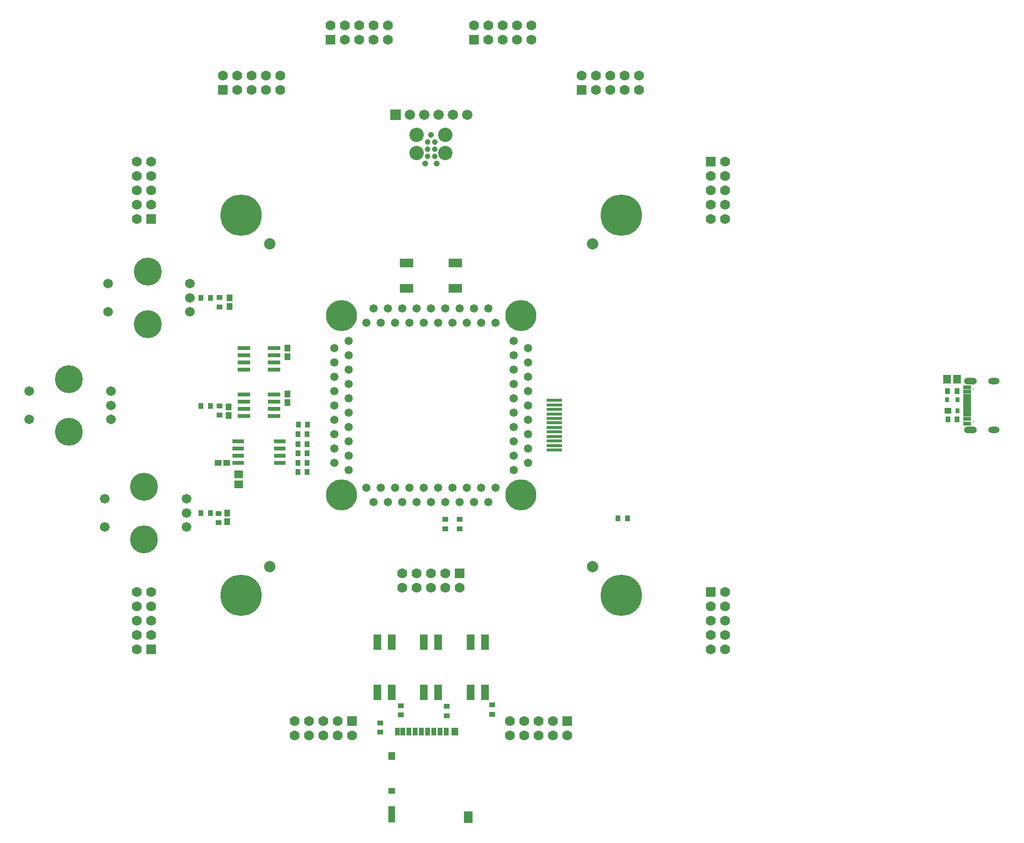
<source format=gts>
G04*
G04 #@! TF.GenerationSoftware,Altium Limited,Altium Designer,23.0.1 (38)*
G04*
G04 Layer_Color=20142*
%FSLAX25Y25*%
%MOIN*%
G70*
G04*
G04 #@! TF.SameCoordinates,A82DE2A9-68C3-4950-AE13-74F95629AD28*
G04*
G04*
G04 #@! TF.FilePolarity,Negative*
G04*
G01*
G75*
%ADD42R,0.05328X0.03064*%
%ADD43R,0.05328X0.01883*%
%ADD44C,0.07874*%
%ADD45R,0.07887X0.03162*%
%ADD46R,0.03556X0.04147*%
%ADD47R,0.10800X0.02178*%
%ADD48R,0.05721X0.06312*%
%ADD49R,0.05131X0.03950*%
%ADD50R,0.03162X0.03556*%
%ADD51C,0.03900*%
%ADD52R,0.04737X0.11824*%
%ADD53R,0.05918X0.08280*%
%ADD54R,0.04737X0.05524*%
%ADD55R,0.04737X0.03950*%
%ADD56R,0.03556X0.05524*%
%ADD57R,0.04147X0.03556*%
%ADD58R,0.08871X0.03162*%
%ADD59R,0.04343X0.04540*%
%ADD60R,0.09300X0.06300*%
%ADD61R,0.05800X0.10800*%
%ADD62R,0.06312X0.05721*%
%ADD63R,0.04540X0.04343*%
%ADD64C,0.21666*%
%ADD65C,0.05800*%
%ADD66O,0.09068X0.04737*%
%ADD67O,0.07887X0.04343*%
%ADD68C,0.00800*%
%ADD69C,0.28800*%
%ADD70C,0.03800*%
%ADD71C,0.07000*%
%ADD72R,0.07000X0.07000*%
%ADD73R,0.07000X0.07000*%
%ADD74C,0.10000*%
%ADD75C,0.04200*%
%ADD76C,0.07200*%
%ADD77R,0.07200X0.07200*%
%ADD78C,0.06706*%
%ADD79C,0.19461*%
D42*
X373543Y-12598D02*
D03*
X373543Y-9449D02*
D03*
Y9449D02*
D03*
X373543Y12598D02*
D03*
D43*
X373543Y-6890D02*
D03*
Y-4921D02*
D03*
X373543Y-2953D02*
D03*
X373543Y-984D02*
D03*
X373543Y984D02*
D03*
X373543Y2953D02*
D03*
X373543Y4921D02*
D03*
X373543Y6890D02*
D03*
D44*
X-112500Y112500D02*
D03*
X112500D02*
D03*
Y-112500D02*
D03*
X-112500D02*
D03*
D45*
X-134567Y-25000D02*
D03*
Y-30000D02*
D03*
Y-35000D02*
D03*
Y-40000D02*
D03*
X-105433Y-25000D02*
D03*
Y-30000D02*
D03*
Y-35000D02*
D03*
Y-40000D02*
D03*
D46*
X136848Y-78600D02*
D03*
X130352D02*
D03*
X360152Y-9700D02*
D03*
X366648D02*
D03*
X359952Y10000D02*
D03*
X366448D02*
D03*
X-153752Y-75000D02*
D03*
X-160248D02*
D03*
X-153752Y75000D02*
D03*
X-160248D02*
D03*
X-92748Y-40000D02*
D03*
X-86252D02*
D03*
X-92748Y-33500D02*
D03*
X-86252D02*
D03*
X-92748Y-27000D02*
D03*
X-86252D02*
D03*
X-92748Y-20000D02*
D03*
X-86252D02*
D03*
X-92500Y-13500D02*
D03*
X-86004D02*
D03*
X-92748Y-46500D02*
D03*
X-86252D02*
D03*
X-153752Y-300D02*
D03*
X-160248D02*
D03*
D47*
X86000Y-21674D02*
D03*
Y-24824D02*
D03*
Y-27973D02*
D03*
Y3523D02*
D03*
Y373D02*
D03*
Y-2776D02*
D03*
Y-5926D02*
D03*
Y-9076D02*
D03*
Y-12225D02*
D03*
Y-15375D02*
D03*
Y-18524D02*
D03*
Y-31123D02*
D03*
D48*
X366445Y18200D02*
D03*
X359555D02*
D03*
D49*
X360300Y-3680D02*
D03*
D50*
X367000D02*
D03*
Y3800D02*
D03*
X359513D02*
D03*
D51*
X-2500Y183500D02*
D03*
X2500D02*
D03*
X-2500Y178500D02*
D03*
X2500Y173500D02*
D03*
X-2500D02*
D03*
X2500Y178500D02*
D03*
D52*
X-27303Y-285177D02*
D03*
D53*
X25846Y-286949D02*
D03*
D54*
X-27303Y-244429D02*
D03*
X16594Y-227500D02*
D03*
D55*
X-27303Y-268839D02*
D03*
D56*
X-19823Y-227500D02*
D03*
X-15492Y-227500D02*
D03*
X-11161D02*
D03*
X-6831D02*
D03*
X-2500Y-227500D02*
D03*
X1831Y-227500D02*
D03*
X6161Y-227500D02*
D03*
X10492D02*
D03*
X-23563D02*
D03*
D57*
X9800Y-79504D02*
D03*
Y-86000D02*
D03*
X-148100Y-75252D02*
D03*
Y-81748D02*
D03*
X42500Y-215248D02*
D03*
Y-208752D02*
D03*
X11000Y-216248D02*
D03*
Y-209752D02*
D03*
X-21000Y-215748D02*
D03*
Y-209252D02*
D03*
X-35500Y-227748D02*
D03*
Y-221252D02*
D03*
X-147500Y75248D02*
D03*
Y68752D02*
D03*
Y-252D02*
D03*
Y-6748D02*
D03*
X19800Y-86048D02*
D03*
Y-79552D02*
D03*
D58*
X-109468Y30000D02*
D03*
Y35000D02*
D03*
X-130531D02*
D03*
X-109468Y40000D02*
D03*
X-130531Y25000D02*
D03*
Y30000D02*
D03*
Y40000D02*
D03*
X-109468Y25000D02*
D03*
Y-2500D02*
D03*
Y2500D02*
D03*
X-130531D02*
D03*
X-109468Y7500D02*
D03*
X-130531Y-7500D02*
D03*
Y-2500D02*
D03*
Y7500D02*
D03*
X-109468Y-7500D02*
D03*
D59*
X-100000Y8051D02*
D03*
Y1949D02*
D03*
X-142000Y-74949D02*
D03*
Y-81051D02*
D03*
X-100000Y40051D02*
D03*
Y33949D02*
D03*
X-140500Y75051D02*
D03*
Y68949D02*
D03*
X-141000Y-949D02*
D03*
Y-7051D02*
D03*
D60*
X17000Y99400D02*
D03*
X-17000D02*
D03*
X17000Y81600D02*
D03*
X-17000D02*
D03*
D61*
X37500Y-200000D02*
D03*
Y-165000D02*
D03*
X27500Y-200000D02*
D03*
Y-165000D02*
D03*
X-5000D02*
D03*
Y-200000D02*
D03*
X5000Y-165000D02*
D03*
Y-200000D02*
D03*
X-27500D02*
D03*
Y-165000D02*
D03*
X-37500Y-200000D02*
D03*
Y-165000D02*
D03*
D62*
X-134000Y-48110D02*
D03*
Y-55000D02*
D03*
D63*
X-142398Y-40000D02*
D03*
X-148500D02*
D03*
D64*
X-62500Y62500D02*
D03*
X62500D02*
D03*
Y-62500D02*
D03*
X-62500D02*
D03*
D65*
X45000Y57500D02*
D03*
X-45000D02*
D03*
X-40000Y67500D02*
D03*
X-35000Y57500D02*
D03*
X-30000Y67500D02*
D03*
X-25000Y57500D02*
D03*
X-20000Y67500D02*
D03*
X-15000Y57500D02*
D03*
X-10000Y67500D02*
D03*
X-5000Y57500D02*
D03*
X0Y67500D02*
D03*
X5000Y57500D02*
D03*
X10000Y67500D02*
D03*
X15000Y57500D02*
D03*
X20000Y67500D02*
D03*
X25000Y57500D02*
D03*
X30000Y67500D02*
D03*
X35000Y57500D02*
D03*
X40000Y67500D02*
D03*
X57500Y45000D02*
D03*
X67500Y40000D02*
D03*
X57500Y35000D02*
D03*
X67500Y30000D02*
D03*
X57500Y25000D02*
D03*
X67500Y20000D02*
D03*
X57500Y15000D02*
D03*
X67500Y10000D02*
D03*
X57500Y5000D02*
D03*
X67500Y0D02*
D03*
X57500Y-5000D02*
D03*
X67500Y-10000D02*
D03*
X57500Y-15000D02*
D03*
X67500Y-20000D02*
D03*
X57500Y-25000D02*
D03*
X67500Y-30000D02*
D03*
X57500Y-35000D02*
D03*
X67500Y-40000D02*
D03*
X57500Y-45000D02*
D03*
X45000Y-57500D02*
D03*
X40000Y-67500D02*
D03*
X35000Y-57500D02*
D03*
X30000Y-67500D02*
D03*
X25000Y-57500D02*
D03*
X20000Y-67500D02*
D03*
X15000Y-57500D02*
D03*
X10000Y-67500D02*
D03*
X5000Y-57500D02*
D03*
X0Y-67500D02*
D03*
X-5000Y-57500D02*
D03*
X-10000Y-67500D02*
D03*
X-15000Y-57500D02*
D03*
X-20000Y-67500D02*
D03*
X-25000Y-57500D02*
D03*
X-30000Y-67500D02*
D03*
X-35000Y-57500D02*
D03*
X-40000Y-67500D02*
D03*
X-45000Y-57500D02*
D03*
X-57500Y-45000D02*
D03*
X-67500Y-40000D02*
D03*
X-57500Y-35000D02*
D03*
X-67500Y-30000D02*
D03*
X-57500Y-25000D02*
D03*
X-67500Y-20000D02*
D03*
X-57500Y-15000D02*
D03*
X-67500Y-10000D02*
D03*
X-57500Y-5000D02*
D03*
X-67500Y0D02*
D03*
X-57500Y5000D02*
D03*
X-67500Y10000D02*
D03*
X-57500Y15000D02*
D03*
X-67500Y20000D02*
D03*
X-57500Y25000D02*
D03*
X-67500Y30000D02*
D03*
X-57500Y35000D02*
D03*
X-67500Y40000D02*
D03*
X-57500Y45000D02*
D03*
D66*
X375807Y17008D02*
D03*
Y-17008D02*
D03*
D67*
X392264Y17008D02*
D03*
Y-17008D02*
D03*
D68*
X377776Y-11378D02*
D03*
Y11378D02*
D03*
D69*
X-132500Y132500D02*
D03*
Y-132500D02*
D03*
X132500D02*
D03*
Y132500D02*
D03*
D70*
X-121800D02*
D03*
X-143200D02*
D03*
X-142385Y128405D02*
D03*
X-122615Y136595D02*
D03*
X-140066Y124934D02*
D03*
X-124934Y140066D02*
D03*
X-136595Y122615D02*
D03*
X-128405Y142385D02*
D03*
X-132500Y121800D02*
D03*
Y143200D02*
D03*
X-128405Y122615D02*
D03*
X-136595Y142385D02*
D03*
X-124934Y124934D02*
D03*
X-140066Y140066D02*
D03*
X-122615Y128405D02*
D03*
X-142385Y136595D02*
D03*
X-121800Y-132500D02*
D03*
X-143200D02*
D03*
X-142385Y-136595D02*
D03*
X-122615Y-128405D02*
D03*
X-140066Y-140066D02*
D03*
X-124934Y-124934D02*
D03*
X-136595Y-142385D02*
D03*
X-128405Y-122615D02*
D03*
X-132500Y-143200D02*
D03*
Y-121800D02*
D03*
X-128405Y-142385D02*
D03*
X-136595Y-122615D02*
D03*
X-124934Y-140066D02*
D03*
X-140066Y-124934D02*
D03*
X-122615Y-136595D02*
D03*
X-142385Y-128405D02*
D03*
X143200Y-132500D02*
D03*
X121800D02*
D03*
X122615Y-136595D02*
D03*
X142385Y-128405D02*
D03*
X124934Y-140066D02*
D03*
X140066Y-124934D02*
D03*
X128405Y-142385D02*
D03*
X136595Y-122615D02*
D03*
X132500Y-143200D02*
D03*
Y-121800D02*
D03*
X136595Y-142385D02*
D03*
X128405Y-122615D02*
D03*
X140066Y-140066D02*
D03*
X124934Y-124934D02*
D03*
X142385Y-136595D02*
D03*
X122615Y-128405D02*
D03*
X143200Y132500D02*
D03*
X121800D02*
D03*
X122615Y128405D02*
D03*
X142385Y136595D02*
D03*
X124934Y124934D02*
D03*
X140066Y140066D02*
D03*
X128405Y122615D02*
D03*
X136595Y142385D02*
D03*
X132500Y121800D02*
D03*
Y143200D02*
D03*
X136595Y122615D02*
D03*
X128405Y142385D02*
D03*
X140066Y124934D02*
D03*
X124934Y140066D02*
D03*
X142385Y128405D02*
D03*
X122615Y136595D02*
D03*
D71*
X145000Y230000D02*
D03*
Y220000D02*
D03*
X135000Y230000D02*
D03*
Y220000D02*
D03*
X125000Y230000D02*
D03*
Y220000D02*
D03*
X115000Y230000D02*
D03*
Y220000D02*
D03*
X105000Y230000D02*
D03*
X205000Y170000D02*
D03*
X195000Y160000D02*
D03*
X205000D02*
D03*
X195000Y150000D02*
D03*
X205000D02*
D03*
X195000Y140000D02*
D03*
X205000D02*
D03*
X195000Y130000D02*
D03*
X205000D02*
D03*
X70000Y265000D02*
D03*
Y255000D02*
D03*
X60000Y265000D02*
D03*
Y255000D02*
D03*
X50000Y265000D02*
D03*
Y255000D02*
D03*
X40000Y265000D02*
D03*
Y255000D02*
D03*
X30000Y265000D02*
D03*
X-70000D02*
D03*
X-60000Y255000D02*
D03*
Y265000D02*
D03*
X-50000Y255000D02*
D03*
Y265000D02*
D03*
X-40000Y255000D02*
D03*
Y265000D02*
D03*
X-30000Y255000D02*
D03*
Y265000D02*
D03*
X-205000Y130000D02*
D03*
X-195000Y140000D02*
D03*
X-205000D02*
D03*
X-195000Y150000D02*
D03*
X-205000D02*
D03*
X-195000Y160000D02*
D03*
X-205000D02*
D03*
X-195000Y170000D02*
D03*
X-205000D02*
D03*
Y-130000D02*
D03*
X-195000D02*
D03*
X-205000Y-140000D02*
D03*
X-195000D02*
D03*
X-205000Y-150000D02*
D03*
X-195000D02*
D03*
X-205000Y-160000D02*
D03*
X-195000D02*
D03*
X-205000Y-170000D02*
D03*
X55000Y-230000D02*
D03*
Y-220000D02*
D03*
X65000Y-230000D02*
D03*
Y-220000D02*
D03*
X75000Y-230000D02*
D03*
Y-220000D02*
D03*
X85000Y-230000D02*
D03*
Y-220000D02*
D03*
X95000Y-230000D02*
D03*
X-55000D02*
D03*
X-65000Y-220000D02*
D03*
Y-230000D02*
D03*
X-75000Y-220000D02*
D03*
Y-230000D02*
D03*
X-85000Y-220000D02*
D03*
Y-230000D02*
D03*
X-95000Y-220000D02*
D03*
Y-230000D02*
D03*
X20000Y-127000D02*
D03*
X10000Y-117000D02*
D03*
Y-127000D02*
D03*
X0Y-117000D02*
D03*
Y-127000D02*
D03*
X-10000Y-117000D02*
D03*
Y-127000D02*
D03*
X-20000Y-117000D02*
D03*
Y-127000D02*
D03*
X-105000Y230000D02*
D03*
Y220000D02*
D03*
X-115000Y230000D02*
D03*
Y220000D02*
D03*
X-125000Y230000D02*
D03*
Y220000D02*
D03*
X-135000Y230000D02*
D03*
Y220000D02*
D03*
X-145000Y230000D02*
D03*
X205000Y-130000D02*
D03*
X195000Y-140000D02*
D03*
X205000D02*
D03*
X195000Y-150000D02*
D03*
X205000D02*
D03*
X195000Y-160000D02*
D03*
X205000D02*
D03*
X195000Y-170000D02*
D03*
X205000D02*
D03*
D72*
X105000Y220000D02*
D03*
X30000Y255000D02*
D03*
X-70000D02*
D03*
X95000Y-220000D02*
D03*
X-55000D02*
D03*
X20000Y-117000D02*
D03*
X-145000Y220000D02*
D03*
D73*
X195000Y170000D02*
D03*
X-195000Y130000D02*
D03*
Y-170000D02*
D03*
X195000Y-130000D02*
D03*
D74*
X-10000Y176000D02*
D03*
X10000D02*
D03*
Y188500D02*
D03*
X-10000D02*
D03*
D75*
X-4000Y168500D02*
D03*
X4000D02*
D03*
X0Y188500D02*
D03*
D76*
X25400Y202500D02*
D03*
X-4600D02*
D03*
X-14600D02*
D03*
X5400D02*
D03*
X15400D02*
D03*
D77*
X-24600D02*
D03*
D78*
X-170473Y-84842D02*
D03*
Y-75000D02*
D03*
Y-65158D02*
D03*
X-227559Y-84842D02*
D03*
Y-65158D02*
D03*
X-222972Y-9843D02*
D03*
Y0D02*
D03*
Y9843D02*
D03*
X-280059Y-9843D02*
D03*
Y9843D02*
D03*
X-167973Y65158D02*
D03*
Y75000D02*
D03*
Y84842D02*
D03*
X-225059Y65158D02*
D03*
Y84842D02*
D03*
D79*
X-200000Y-93307D02*
D03*
Y-56693D02*
D03*
X-252500Y-18307D02*
D03*
Y18307D02*
D03*
X-197500Y56693D02*
D03*
Y93307D02*
D03*
M02*

</source>
